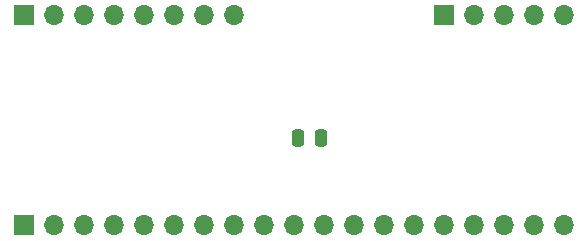
<source format=gbr>
%TF.GenerationSoftware,KiCad,Pcbnew,(6.0.0-0)*%
%TF.CreationDate,2022-07-06T04:59:44-04:00*%
%TF.ProjectId,RAM-Breakout,52414d2d-4272-4656-916b-6f75742e6b69,rev?*%
%TF.SameCoordinates,Original*%
%TF.FileFunction,Soldermask,Bot*%
%TF.FilePolarity,Negative*%
%FSLAX46Y46*%
G04 Gerber Fmt 4.6, Leading zero omitted, Abs format (unit mm)*
G04 Created by KiCad (PCBNEW (6.0.0-0)) date 2022-07-06 04:59:44*
%MOMM*%
%LPD*%
G01*
G04 APERTURE LIST*
G04 Aperture macros list*
%AMRoundRect*
0 Rectangle with rounded corners*
0 $1 Rounding radius*
0 $2 $3 $4 $5 $6 $7 $8 $9 X,Y pos of 4 corners*
0 Add a 4 corners polygon primitive as box body*
4,1,4,$2,$3,$4,$5,$6,$7,$8,$9,$2,$3,0*
0 Add four circle primitives for the rounded corners*
1,1,$1+$1,$2,$3*
1,1,$1+$1,$4,$5*
1,1,$1+$1,$6,$7*
1,1,$1+$1,$8,$9*
0 Add four rect primitives between the rounded corners*
20,1,$1+$1,$2,$3,$4,$5,0*
20,1,$1+$1,$4,$5,$6,$7,0*
20,1,$1+$1,$6,$7,$8,$9,0*
20,1,$1+$1,$8,$9,$2,$3,0*%
G04 Aperture macros list end*
%ADD10RoundRect,0.250000X-0.250000X-0.475000X0.250000X-0.475000X0.250000X0.475000X-0.250000X0.475000X0*%
%ADD11R,1.700000X1.700000*%
%ADD12O,1.700000X1.700000*%
G04 APERTURE END LIST*
D10*
%TO.C,C1*%
X142118000Y-117094000D03*
X144018000Y-117094000D03*
%TD*%
D11*
%TO.C,J3*%
X118887000Y-106680000D03*
D12*
X121427000Y-106680000D03*
X123967000Y-106680000D03*
X126507000Y-106680000D03*
X129047000Y-106680000D03*
X131587000Y-106680000D03*
X134127000Y-106680000D03*
X136667000Y-106680000D03*
%TD*%
D11*
%TO.C,J2*%
X154437000Y-106680000D03*
D12*
X156977000Y-106680000D03*
X159517000Y-106680000D03*
X162057000Y-106680000D03*
X164597000Y-106680000D03*
%TD*%
D11*
%TO.C,J1*%
X118882000Y-124460000D03*
D12*
X121422000Y-124460000D03*
X123962000Y-124460000D03*
X126502000Y-124460000D03*
X129042000Y-124460000D03*
X131582000Y-124460000D03*
X134122000Y-124460000D03*
X136662000Y-124460000D03*
X139202000Y-124460000D03*
X141742000Y-124460000D03*
X144282000Y-124460000D03*
X146822000Y-124460000D03*
X149362000Y-124460000D03*
X151902000Y-124460000D03*
X154442000Y-124460000D03*
X156982000Y-124460000D03*
X159522000Y-124460000D03*
X162062000Y-124460000D03*
X164602000Y-124460000D03*
%TD*%
M02*

</source>
